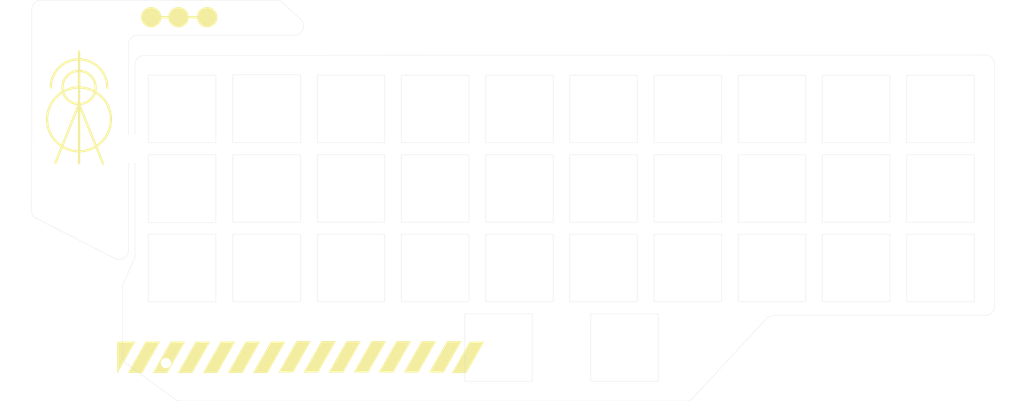
<source format=kicad_pcb>
(kicad_pcb (version 20240108) (generator "pcbnew") (generator_version "8.0")
  (layers (0 "F.Cu" signal) (31 "B.Cu" signal) (34 "B.Paste" user) (35 "F.Paste" user) (36 "B.SilkS" user "B.Silkscreen") (37 "F.SilkS" user "F.Silkscreen") (38 "B.Mask" user) (39 "F.Mask" user) (44 "Edge.Cuts" user))
  (net 0 "")
  (footprint "ScottoKeebs_Miscellaneous:Mouse_Bites_5" (layer "F.Cu") (at 76.1 75.4)
    (property "Reference" "REF**" (hide yes))
    (property "Value" "Mouse_Bites_5" (hide yes))
    (pad "" np_thru_hole circle (at 0 -3.2) (size 1.1 1.1) (drill 1.1) (layers "F&B.Cu" "*.Mask"))
    (pad "" np_thru_hole circle (at 0 -1.6) (size 1.1 1.1) (drill 1.1) (layers "F&B.Cu" "*.Mask"))
    (pad "" np_thru_hole circle (at 0 0) (size 1.1 1.1) (drill 1.1) (layers "F&B.Cu" "*.Mask"))
    (pad "" np_thru_hole circle (at 0 1.6) (size 1.1 1.1) (drill 1.1) (layers "F&B.Cu" "*.Mask"))
    (pad "" np_thru_hole circle (at 0 3.2) (size 1.1 1.1) (drill 1.1) (layers "F&B.Cu" "*.Mask"))
  )
  (footprint "MountingHole:MountingHole_2.2mm_M2" (layer "F.Cu") (at 73.1 94.831849)
    (property "Reference" "REF**" (hide yes))
    (property "Value" "MountingHole_2.2mm_M2")
    (pad "" np_thru_hole circle (at 0 0) (size 2.2 2.2) (drill 2.2) (layers "*.Cu" "*.Mask"))
  )
  (footprint "MountingHole:MountingHole_2.2mm_M2" (layer "F.Cu") (at 105.7 48.331849)
    (property "Reference" "REF**" (hide yes))
    (property "Value" "MountingHole_2.2mm_M2")
    (pad "" np_thru_hole circle (at 0 0) (size 2.2 2.2) (drill 2.2) (layers "*.Cu" "*.Mask"))
  )
  (footprint "MountingHole:MountingHole_2.2mm_M2" (layer "F.Cu") (at 83.5 121.8)
    (property "Reference" "REF**" (hide yes))
    (property "Value" "MountingHole_2.2mm_M2")
    (pad "" np_thru_hole circle (at 0 0) (size 2.2 2.2) (drill 2.2) (layers "*.Cu" "*.Mask"))
  )
  (footprint "MountingHole:MountingHole_2.2mm_M2" (layer "F.Cu") (at 57.1 45.931849)
    (property "Reference" "REF**" (hide yes))
    (property "Value" "MountingHole_2.2mm_M2")
    (pad "" np_thru_hole circle (at 0 0) (size 2.2 2.2) (drill 2.2) (layers "*.Cu" "*.Mask"))
  )
  (footprint "MountingHole:MountingHole_2.2mm_M2" (layer "F.Cu") (at 58.8 87.731849)
    (property "Reference" "REF**" (hide yes))
    (property "Value" "MountingHole_2.2mm_M2")
    (pad "" np_thru_hole circle (at 0 0) (size 2.2 2.2) (drill 2.2) (layers "*.Cu" "*.Mask"))
  )
  (footprint "MountingHole:MountingHole_2.2mm_M2" (layer "F.Cu") (at 259.5 57.9)
    (property "Reference" "REF**" (hide yes))
    (property "Value" "MountingHole_2.2mm_M2")
    (pad "" np_thru_hole circle (at 0 0) (size 2.2 2.2) (drill 2.2) (layers "*.Cu" "*.Mask"))
  )
  (gr_circle (center 86.2 46.931849) (end 88.347091 46.931849) (stroke (width 0.1)) (fill solid) (layer "F.SilkS"))
  (gr_poly (pts (xy 102.4 123.9) (xy 106.2 117.2) (xy 109.2 117.2) (xy 105.4 123.9)) (stroke (width 0.1)) (fill solid) (layer "F.SilkS"))
  (gr_arc (start 58.6 62.146438) (mid 64.700103 56.040124) (end 70.8 62.146645) (stroke (width 0.5)) (layer "F.SilkS"))
  (gr_line (start 64.7 65.731849) (end 59.6 78.446645) (stroke (width 0.5)) (layer "F.SilkS"))
  (gr_circle (center 92.4 46.931849) (end 94.547091 46.931849) (stroke (width 0.1)) (fill solid) (layer "F.SilkS"))
  (gr_circle (center 64.7 62.140127) (end 68.291723 62.140127) (stroke (width 0.5)) (fill none) (layer "F.SilkS"))
  (gr_line (start 64.7 65.731849) (end 69.9 78.646645) (stroke (width 0.5)) (layer "F.SilkS"))
  (gr_poly (pts (xy 135 123.8) (xy 138.8 117.1) (xy 141.8 117.1) (xy 138 123.8)) (stroke (width 0.1)) (fill solid) (layer "F.SilkS"))
  (gr_line (start 64.7 58.548405) (end 64.7 78.546645) (stroke (width 0.5)) (layer "F.SilkS"))
  (gr_poly (pts (xy 75.346772 123.872796) (xy 79.146772 117.172796) (xy 82.146772 117.172796) (xy 78.346772 123.872796)) (stroke (width 0.1)) (fill solid) (layer "F.SilkS"))
  (gr_line (start 64.7 62.140127) (end 64.7 54.346645) (stroke (width 0.5)) (layer "F.SilkS"))
  (gr_line (start 92.4 46.931849) (end 86.2 46.931849) (stroke (width 0.5)) (layer "F.SilkS"))
  (gr_poly (pts (xy 145.4 123.9) (xy 149.2 117.2) (xy 152.2 117.2) (xy 148.4 123.9)) (stroke (width 0.1)) (fill solid) (layer "F.SilkS"))
  (gr_poly (pts (xy 86.158133 123.900135) (xy 89.958133 117.200135) (xy 92.958133 117.200135) (xy 89.158133 123.900135)) (stroke (width 0.1)) (fill solid) (layer "F.SilkS"))
  (gr_poly (pts (xy 80.746772 123.872796) (xy 84.546772 117.172796) (xy 87.546772 117.172796) (xy 83.746772 123.872796)) (stroke (width 0.1)) (fill solid) (layer "F.SilkS"))
  (gr_poly (pts (xy 73 123.9) (xy 73 117.2) (xy 76.8 117.2)) (stroke (width 0.1)) (fill solid) (layer "F.SilkS"))
  (gr_poly (pts (xy 129.588639 123.772661) (xy 133.388639 117.072661) (xy 136.388639 117.072661) (xy 132.588639 123.772661)) (stroke (width 0.1)) (fill solid) (layer "F.SilkS"))
  (gr_poly (pts (xy 124.188639 123.772661) (xy 127.988639 117.072661) (xy 130.988639 117.072661) (xy 127.188639 123.772661)) (stroke (width 0.1)) (fill solid) (layer "F.SilkS"))
  (gr_poly (pts (xy 91.588639 123.872661) (xy 95.388639 117.172661) (xy 98.388639 117.172661) (xy 94.588639 123.872661)) (stroke (width 0.1)) (fill solid) (layer "F.SilkS"))
  (gr_circle (center 64.7 69.046645) (end 71.606519 69.046645) (stroke (width 0.5)) (fill none) (layer "F.SilkS"))
  (gr_poly (pts (xy 107.946772 123.772796) (xy 111.746772 117.072796) (xy 114.746772 117.072796) (xy 110.946772 123.772796)) (stroke (width 0.1)) (fill solid) (layer "F.SilkS"))
  (gr_poly (pts (xy 118.758133 123.800135) (xy 122.558133 117.100135) (xy 125.558133 117.100135) (xy 121.758133 123.800135)) (stroke (width 0.1)) (fill solid) (layer "F.SilkS"))
  (gr_poly (pts (xy 113.346772 123.772796) (xy 117.146772 117.072796) (xy 120.146772 117.072796) (xy 116.346772 123.772796)) (stroke (width 0.1)) (fill solid) (layer "F.SilkS"))
  (gr_line (start 87.603656 121.9) (end 89.3 121.9) (stroke (width 0.1)) (layer "F.SilkS"))
  (gr_circle (center 80.3 46.931849) (end 82.447091 46.931849) (stroke (width 0.1)) (fill solid) (layer "F.SilkS"))
  (gr_poly (pts (xy 96.988639 123.872661) (xy 100.788639 117.172661) (xy 103.788639 117.172661) (xy 99.988639 123.872661)) (stroke (width 0.1)) (fill solid) (layer "F.SilkS"))
  (gr_line (start 80.3 46.931849) (end 86.2 46.931849) (stroke (width 0.5)) (layer "F.SilkS"))
  (gr_poly (pts (xy 140.488639 123.8) (xy 144.288639 117.1) (xy 147.288639 117.1) (xy 143.488639 123.8)) (stroke (width 0.1)) (fill solid) (layer "F.SilkS"))
  (gr_rect (start 207.2 76.7) (end 221.8 91.3) (stroke (width 0.05)) (fill none) (layer "Edge.Cuts"))
  (gr_rect (start 134.4 93.9) (end 149 108.5) (stroke (width 0.05)) (fill none) (layer "Edge.Cuts"))
  (gr_line (start 108.673305 43.756803) (end 112.604884 47.356803) (stroke (width 0.05)) (layer "Edge.Cuts"))
  (gr_rect (start 170.8 93.9) (end 185.4 108.5) (stroke (width 0.05)) (fill none) (layer "Edge.Cuts"))
  (gr_line (start 76.8 72.2) (end 76.8 57.2) (stroke (width 0.05)) (layer "Edge.Cuts"))
  (gr_rect (start 152.6 76.7) (end 167.2 91.3) (stroke (width 0.05)) (fill none) (layer "Edge.Cuts"))
  (gr_line (start 195.92514 130) (end 86.653126 130) (stroke (width 0.05)) (layer "Edge.Cuts"))
  (gr_rect (start 175.3 111.1) (end 189.9 125.7) (stroke (width 0.05)) (fill none) (layer "Edge.Cuts"))
  (gr_rect (start 152.6 59.5) (end 167.2 74.1) (stroke (width 0.05)) (fill none) (layer "Edge.Cuts"))
  (gr_rect (start 134.4 59.5) (end 149 74.1) (stroke (width 0.05)) (fill none) (layer "Edge.Cuts"))
  (gr_rect (start 134.4 76.7) (end 149 91.3) (stroke (width 0.05)) (fill none) (layer "Edge.Cuts"))
  (gr_line (start 75.4 78.6) (end 75.4 97.36815) (stroke (width 0.05)) (layer "Edge.Cuts"))
  (gr_line (start 75.4 78.6) (end 76.8 78.6) (stroke (width 0.05)) (layer "Edge.Cuts"))
  (gr_arc (start 54.495727 45.227566) (mid 55.083028 43.816127) (end 56.495722 43.231849) (stroke (width 0.05)) (layer "Edge.Cuts"))
  (gr_arc (start 55.494647 90.489598) (mid 54.696209 89.750768) (end 54.402631 88.703301) (stroke (width 0.05)) (layer "Edge.Cuts"))
  (gr_rect (start 79.7 93.9) (end 94.3 108.5) (stroke (width 0.05)) (fill none) (layer "Edge.Cuts"))
  (gr_line (start 72.492021 99.150165) (end 55.494647 90.489598) (stroke (width 0.05)) (layer "Edge.Cuts"))
  (gr_arc (start 74.1 105.422839) (mid 74.143246 105.009143) (end 74.271143 104.613345) (stroke (width 0.05)) (layer "Edge.Cuts"))
  (gr_line (start 76.7 43.231849) (end 107.322661 43.231849) (stroke (width 0.05)) (layer "Edge.Cuts"))
  (gr_arc (start 76.8 98.477162) (mid 76.756754 98.890858) (end 76.628857 99.286656) (stroke (width 0.05)) (layer "Edge.Cuts"))
  (gr_rect (start 189 59.5) (end 203.6 74.1) (stroke (width 0.05)) (fill none) (layer "Edge.Cuts"))
  (gr_rect (start 79.7 59.5) (end 94.3 74.1) (stroke (width 0.05)) (fill none) (layer "Edge.Cuts"))
  (gr_rect (start 116.2 93.9) (end 130.8 108.5) (stroke (width 0.05)) (fill none) (layer "Edge.Cuts"))
  (gr_rect (start 225.4 76.7) (end 240 91.3) (stroke (width 0.05)) (fill none) (layer "Edge.Cuts"))
  (gr_line (start 115.1 55.2) (end 260.598644 55.101357) (stroke (width 0.05)) (layer "Edge.Cuts"))
  (gr_rect (start 225.4 93.9) (end 240 108.5) (stroke (width 0.05)) (fill none) (layer "Edge.Cuts"))
  (gr_line (start 262.6 57.101356) (end 262.6 109.5) (stroke (width 0.05)) (layer "Edge.Cuts"))
  (gr_line (start 56.495722 43.231849) (end 76.7 43.231849) (stroke (width 0.05)) (layer "Edge.Cuts"))
  (gr_arc (start 262.6 109.5) (mid 262.014214 110.914214) (end 260.6 111.5) (stroke (width 0.05)) (layer "Edge.Cuts"))
  (gr_rect (start 148.1 111.1) (end 162.7 125.7) (stroke (width 0.05)) (fill none) (layer "Edge.Cuts"))
  (gr_rect (start 243.6 93.9) (end 258.2 108.5) (stroke (width 0.05)) (fill none) (layer "Edge.Cuts"))
  (gr_line (start 76.8 72.2) (end 75.4 72.2) (stroke (width 0.05)) (layer "Edge.Cuts"))
  (gr_rect (start 189 76.7) (end 203.6 91.3) (stroke (width 0.05)) (fill none) (layer "Edge.Cuts"))
  (gr_line (start 214.77486 111.5) (end 260.6 111.5) (stroke (width 0.05)) (layer "Edge.Cuts"))
  (gr_arc (start 213.306167 112.142451) (mid 213.973327 111.667625) (end 214.77486 111.5) (stroke (width 0.05)) (layer "Edge.Cuts"))
  (gr_rect (start 243.6 59.5) (end 258.2 74.1) (stroke (width 0.05)) (fill none) (layer "Edge.Cuts"))
  (gr_rect (start 243.6 76.7) (end 258.2 91.3) (stroke (width 0.05)) (fill none) (layer "Edge.Cuts"))
  (gr_arc (start 75.4 97.36815) (mid 74.444998 99.073429) (end 72.492021 99.150165) (stroke (width 0.05)) (layer "Edge.Cuts"))
  (gr_arc (start 74.919627 121.899223) (mid 74.316644 121.190021) (end 74.1 120.284689) (stroke (width 0.05)) (layer "Edge.Cuts"))
  (gr_rect (start 225.4 59.5) (end 240 74.1) (stroke (width 0.05)) (fill none) (layer "Edge.Cuts"))
  (gr_arc (start 107.322661 43.231849) (mid 108.047198 43.367697) (end 108.673305 43.756803) (stroke (width 0.05)) (layer "Edge.Cuts"))
  (gr_rect (start 207.2 59.5) (end 221.8 74.1) (stroke (width 0.05)) (fill none) (layer "Edge.Cuts"))
  (gr_line (start 78.8 55.2) (end 115.1 55.2) (stroke (width 0.05)) (layer "Edge.Cuts"))
  (gr_rect (start 189 93.9) (end 203.6 108.5) (stroke (width 0.05)) (fill none) (layer "Edge.Cuts"))
  (gr_rect (start 116.2 76.7) (end 130.8 91.3) (stroke (width 0.05)) (fill none) (layer "Edge.Cuts"))
  (gr_arc (start 75.4 52.831849) (mid 75.985786 51.417635) (end 77.4 50.831849) (stroke (width 0.05)) (layer "Edge.Cuts"))
  (gr_rect (start 170.8 59.5) (end 185.4 74.1) (stroke (width 0.05)) (fill none) (layer "Edge.Cuts"))
  (gr_arc (start 76.8 57.2) (mid 77.385786 55.785786) (end 78.8 55.2) (stroke (width 0.05)) (layer "Edge.Cuts"))
  (gr_line (start 197.393833 129.357549) (end 213.306167 112.142451) (stroke (width 0.05)) (layer "Edge.Cuts"))
  (gr_line (start 75.4 52.831849) (end 75.4 72.2) (stroke (width 0.05)) (layer "Edge.Cuts"))
  (gr_rect (start 170.8 76.7) (end 185.4 91.3) (stroke (width 0.05)) (fill none) (layer "Edge.Cuts"))
  (gr_line (start 74.271143 104.613345) (end 76.628857 99.286656) (stroke (width 0.05)) (layer "Edge.Cuts"))
  (gr_rect (start 97.9 76.7) (end 112.6 91.3) (stroke (width 0.05)) (fill none) (layer "Edge.Cuts"))
  (gr_rect (start 116.2 59.5) (end 130.8 74.1) (stroke (width 0.05)) (fill none) (layer "Edge.Cuts"))
  (gr_rect (start 207.2 93.9) (end 221.8 108.5) (stroke (width 0.05)) (fill none) (layer "Edge.Cuts"))
  (gr_line (start 77.4 50.831849) (end 111.25424 50.831849) (stroke (width 0.05)) (layer "Edge.Cuts"))
  (gr_arc (start 112.604884 47.356803) (mid 113.118377 49.556379) (end 111.25424 50.831849) (stroke (width 0.05)) (layer "Edge.Cuts"))
  (gr_rect (start 97.9 93.9) (end 112.6 108.5) (stroke (width 0.05)) (fill none) (layer "Edge.Cuts"))
  (gr_rect (start 152.6 93.9) (end 167.2 108.5) (stroke (width 0.05)) (fill none) (layer "Edge.Cuts"))
  (gr_arc (start 86.653126 130) (mid 86.032267 129.901193) (end 85.472753 129.614534) (stroke (width 0.05)) (layer "Edge.Cuts"))
  (gr_rect (start 97.9 59.4) (end 112.6 74.1) (stroke (width 0.05)) (fill none) (layer "Edge.Cuts"))
  (gr_line (start 74.1 105.422839) (end 74.1 120.284689) (stroke (width 0.05)) (layer "Edge.Cuts"))
  (gr_arc (start 260.598644 55.101357) (mid 262.013734 55.686663) (end 262.6 57.101356) (stroke (width 0.05)) (layer "Edge.Cuts"))
  (gr_arc (start 197.393833 129.357549) (mid 196.726673 129.832375) (end 195.92514 130) (stroke (width 0.05)) (layer "Edge.Cuts"))
  (gr_line (start 76.8 98.477162) (end 76.8 78.6) (stroke (width 0.05)) (layer "Edge.Cuts"))
  (gr_line (start 54.402631 88.703301) (end 54.495727 45.227566) (stroke (width 0.05)) (layer "Edge.Cuts"))
  (gr_line (start 74.919627 121.899223) (end 85.472753 129.614534) (stroke (width 0.05)) (layer "Edge.Cuts"))
  (gr_rect (start 79.7 76.7) (end 94.3 91.4) (stroke (width 0.05)) (fill none) (layer "Edge.Cuts"))
)
</source>
